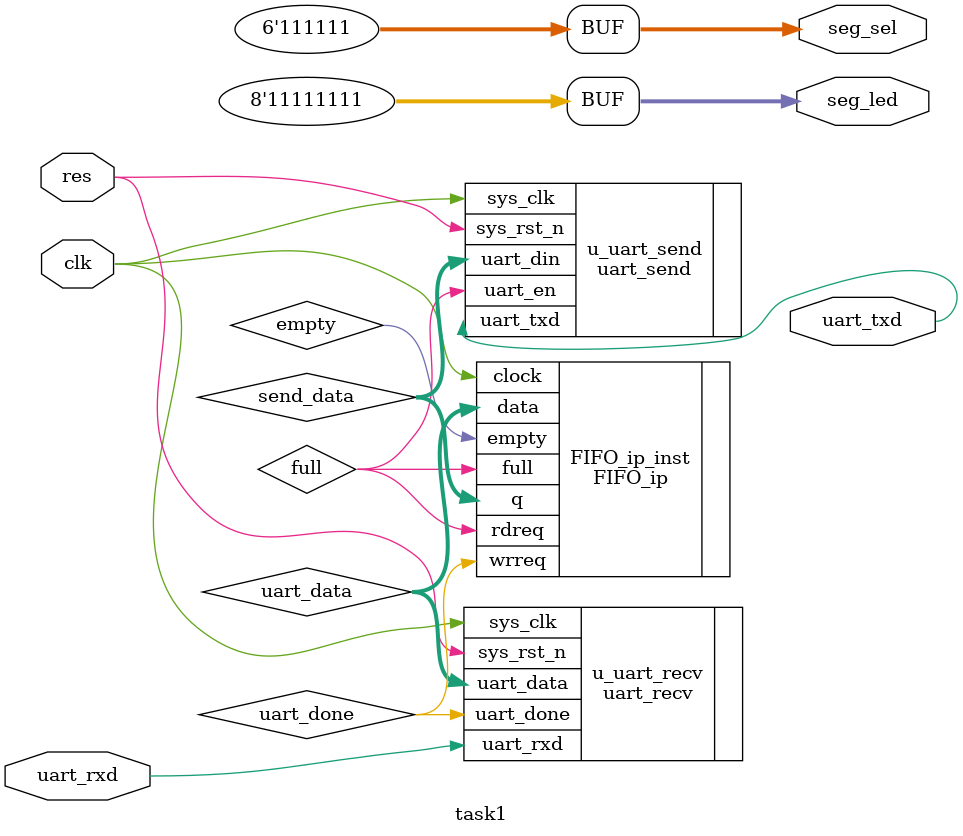
<source format=v>
module task1(clk,res, uart_rxd,seg_sel,seg_led,uart_txd);
   input clk,res,uart_rxd;
	output uart_txd;
	output [5:0]seg_sel;
	output [7:0]seg_led;
	
//parameter&wire&reg
  wire clk,res,uart_rxd,uart_txd;
  wire [5:0]seg_sel;
  wire [7:0]seg_led;



  wire uart_done;
  wire [7:0]uart_data;
  
  wire empty;
  wire full;
  
  wire [7:0]send_data;


//main code
      //例化接收模块，在传输完成后得到传输数据
		uart_recv u_uart_recv(
			.sys_clk    (clk),                  //in-系统时钟
			.sys_rst_n  (res),                //in-系统复位，低电平有效
			.uart_rxd   (uart_rxd),                 //in-UART接收端口
			.uart_done  (uart_done),                //out-接收一帧数据完成标志信号
			.uart_data  (uart_data)              //out-串转并后接收的数据
			);
		
	    
		 //定义FIFO并将传输数据保存到FIFO中
		 FIFO_ip	FIFO_ip_inst (
			.clock ( clk ),        //in-
			.data ( uart_data ),   //in-
			.rdreq ( full ),           //in-读请求
			.wrreq ( uart_done ),   //in-写请求
			.empty ( empty),        //out-读侧*空
			.full ( full ),         //out-读侧*满     只有一个时钟，读侧和写侧都是一样的
			.q ( send_data)              //out-FIFO数据
			);
	 
	    
			//例化UART发送模块(这一块要认真的研究一下还没有搞定)
			uart_send  	u_uart_send(                 
				.sys_clk        (clk),
				.sys_rst_n      (res),
				.uart_en        (full),     //读请求
				.uart_din       (send_data),   //发送的数据
				.uart_txd       (uart_txd)  //发送端口
				);
				
			//
			assign seg_sel=6'b111111;
			assign seg_led=8'b11111111;
						
			
		  
	 
//always@(posedge clk or negedge res)
 endmodule   









</source>
